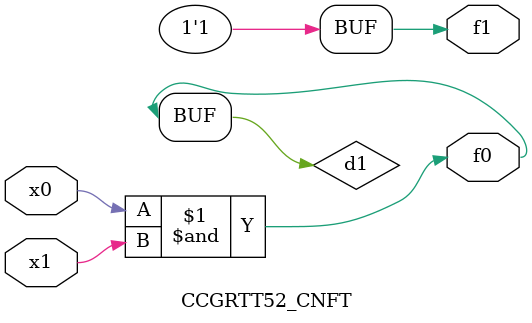
<source format=v>
module CCGRTT52_CNFT(
	input x0, x1,
	output f0, f1
);

	wire d1;

	assign f0 = d1;
	and (d1, x0, x1);
	assign f1 = 1'b1;
endmodule

</source>
